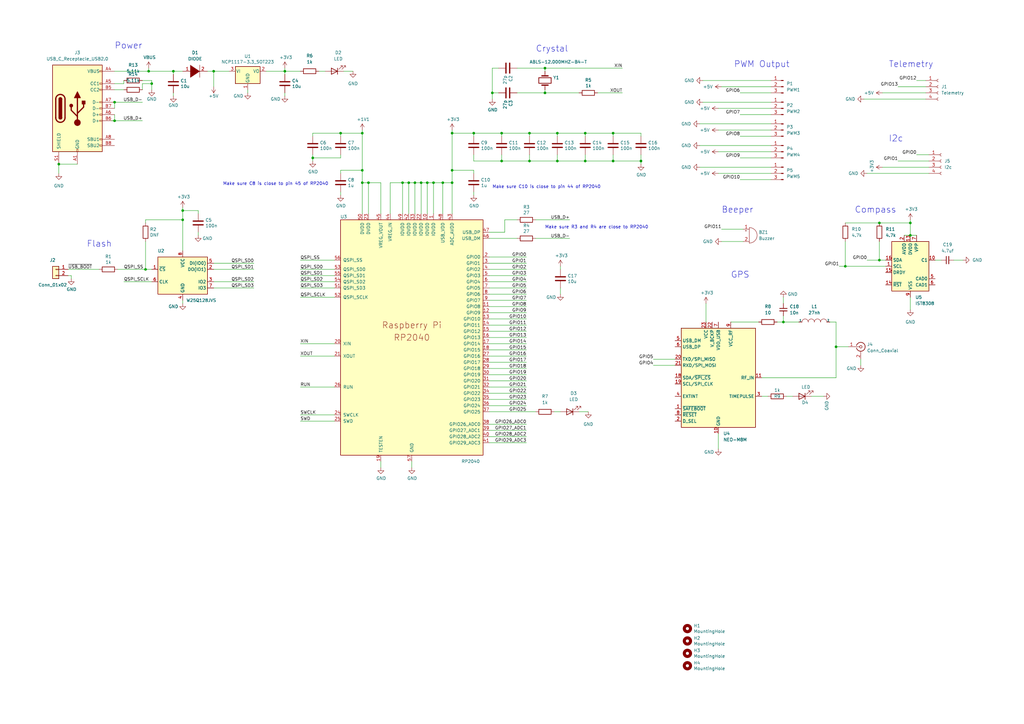
<source format=kicad_sch>
(kicad_sch (version 20211123) (generator eeschema)
  (paper "A3")
  (title_block (title "RP2040 PicoPilot") (date "2022-9-26") (rev "REV1"))
  (lib_symbols
    (symbol "Connector:Conn_01x03_Male" (pin_names (offset 1.016) hide)
      (property "Reference" "J" (at 0 5.08 0))
      (property "Value" "Conn_01x03_Male" (at 0 -5.08 0))
      (symbol "Conn_01x03_Male_1_1"
        (pin passive line (at 5.08 2.54 180) (length 3.81) (name "Pin_1") (number "1"))
        (pin passive line (at 5.08 0 180) (length 3.81) (name "Pin_2") (number "2"))
        (pin passive line (at 5.08 -2.54 180) (length 3.81) (name "Pin_3") (number "3"))
      )
    )
    (symbol "Connector:Conn_01x04_Female" (pin_names (offset 1.016) hide)
      (property "Reference" "J" (at 0 5.08 0))
      (property "Value" "Conn_01x04_Female" (at 0 -7.62 0))
      (symbol "Conn_01x04_Female_1_1"
        (pin passive line (at -5.08 2.54 0) (length 3.81) (name "Pin_1") (number "1"))
        (pin passive line (at -5.08 0 0) (length 3.81) (name "Pin_2") (number "2"))
        (pin passive line (at -5.08 -2.54 0) (length 3.81) (name "Pin_3") (number "3"))
        (pin passive line (at -5.08 -5.08 0) (length 3.81) (name "Pin_4") (number "4"))
      )
    )
    (symbol "Connector:Conn_Coaxial" (pin_names (offset 1.016) hide)
      (property "Reference" "J" (at 0.254 3.048 0))
      (property "Value" "Conn_Coaxial" (at 2.921 0 90))
      (symbol "Conn_Coaxial_1_1"
        (pin passive line (at -5.08 0 0) (length 2.54) (name "In") (number "1"))
        (pin passive line (at 0 -5.08 90) (length 2.54) (name "Ext") (number "2"))
      )
    )
    (symbol "Connector:USB_C_Receptacle_USB2.0" (pin_names (offset 1.016))
      (property "Reference" "J" (at -10.16 19.05 0))
      (property "Value" "USB_C_Receptacle_USB2.0" (at 19.05 19.05 0))
      (symbol "USB_C_Receptacle_USB2.0_1_1"
        (pin passive line (at 0 -22.86 90) (length 5.08) (name "GND") (number "A1"))
        (pin passive line (at 0 -22.86 90) (length 5.08) hide (name "GND") (number "A12"))
        (pin passive line (at 15.24 15.24 180) (length 5.08) (name "VBUS") (number "A4"))
        (pin bidirectional line (at 15.24 10.16 180) (length 5.08) (name "CC1") (number "A5"))
        (pin bidirectional line (at 15.24 -2.54 180) (length 5.08) (name "D+") (number "A6"))
        (pin bidirectional line (at 15.24 2.54 180) (length 5.08) (name "D-") (number "A7"))
        (pin bidirectional line (at 15.24 -12.7 180) (length 5.08) (name "SBU1") (number "A8"))
        (pin passive line (at 15.24 15.24 180) (length 5.08) hide (name "VBUS") (number "A9"))
        (pin passive line (at 0 -22.86 90) (length 5.08) hide (name "GND") (number "B1"))
        (pin passive line (at 0 -22.86 90) (length 5.08) hide (name "GND") (number "B12"))
        (pin passive line (at 15.24 15.24 180) (length 5.08) hide (name "VBUS") (number "B4"))
        (pin bidirectional line (at 15.24 7.62 180) (length 5.08) (name "CC2") (number "B5"))
        (pin bidirectional line (at 15.24 -5.08 180) (length 5.08) (name "D+") (number "B6"))
        (pin bidirectional line (at 15.24 0 180) (length 5.08) (name "D-") (number "B7"))
        (pin bidirectional line (at 15.24 -15.24 180) (length 5.08) (name "SBU2") (number "B8"))
        (pin passive line (at 15.24 15.24 180) (length 5.08) hide (name "VBUS") (number "B9"))
        (pin passive line (at -7.62 -22.86 90) (length 5.08) (name "SHIELD") (number "S1"))
      )
    )
    (symbol "Connector_Generic:Conn_01x02" (pin_names (offset 1.016) hide)
      (property "Reference" "J" (at 0 2.54 0))
      (property "Value" "Conn_01x02" (at 0 -5.08 0))
      (symbol "Conn_01x02_1_1"
        (pin passive line (at -5.08 0 0) (length 3.81) (name "Pin_1") (number "1"))
        (pin passive line (at -5.08 -2.54 0) (length 3.81) (name "Pin_2") (number "2"))
      )
    )
    (symbol "Device:Buzzer" (pin_names (offset 0.0254) hide)
      (property "Reference" "BZ" (at 3.81 1.27 0))
      (property "Value" "Buzzer" (at 3.81 -1.27 0))
      (symbol "Buzzer_1_1"
        (pin passive line (at -2.54 2.54 0) (length 2.54) (name "-") (number "1"))
        (pin passive line (at -2.54 -2.54 0) (length 2.54) (name "+") (number "2"))
      )
    )
    (symbol "Device:C" (pin_numbers hide) (pin_names (offset 0.254))
      (property "Reference" "C" (at 0.635 2.54 0))
      (property "Value" "C" (at 0.635 -2.54 0))
      (symbol "C_1_1"
        (pin passive line (at 0 3.81 270) (length 2.794) (name "~") (number "1"))
        (pin passive line (at 0 -3.81 90) (length 2.794) (name "~") (number "2"))
      )
    )
    (symbol "Device:C_Small" (pin_numbers hide) (pin_names (offset 0.254) hide)
      (property "Reference" "C" (at 0.254 1.778 0))
      (property "Value" "C_Small" (at 0.254 -2.032 0))
      (symbol "C_Small_1_1"
        (pin passive line (at 0 2.54 270) (length 2.032) (name "~") (number "1"))
        (pin passive line (at 0 -2.54 90) (length 2.032) (name "~") (number "2"))
      )
    )
    (symbol "Device:Crystal" (pin_numbers hide) (pin_names (offset 1.016) hide)
      (property "Reference" "Y" (at 0 3.81 0))
      (property "Value" "Crystal" (at 0 -3.81 0))
      (symbol "Crystal_1_1"
        (pin passive line (at -3.81 0 0) (length 1.27) (name "1") (number "1"))
        (pin passive line (at 3.81 0 180) (length 1.27) (name "2") (number "2"))
      )
    )
    (symbol "Device:LED" (pin_numbers hide) (pin_names (offset 1.016) hide)
      (property "Reference" "D" (at 0 2.54 0))
      (property "Value" "LED" (at 0 -2.54 0))
      (symbol "LED_1_1"
        (pin passive line (at -3.81 0 0) (length 2.54) (name "K") (number "1"))
        (pin passive line (at 3.81 0 180) (length 2.54) (name "A") (number "2"))
      )
    )
    (symbol "Device:R" (pin_numbers hide) (pin_names (offset 0))
      (property "Reference" "R" (at 2.032 0 90))
      (property "Value" "R" (at 0 0 90))
      (symbol "R_1_1"
        (pin passive line (at 0 3.81 270) (length 1.27) (name "~") (number "1"))
        (pin passive line (at 0 -3.81 90) (length 1.27) (name "~") (number "2"))
      )
    )
    (symbol "MCU_RaspberryPi_RP2040:RP2040" (pin_names (offset 1.016))
      (property "Reference" "U" (at -29.21 49.53 0))
      (property "Value" "RP2040" (at 24.13 -49.53 0))
      (symbol "RP2040_0_0"
        (text "Raspberry Pi" (at 0 5.08 0) (effects (font (size 2.54 2.54))))
        (text "RP2040" (at 0 0 0) (effects (font (size 2.54 2.54))))
      )
      (symbol "RP2040_1_1"
        (pin power_in line (at 8.89 50.8 270) (length 2.54) (name "IOVDD") (number "1"))
        (pin power_in line (at 6.35 50.8 270) (length 2.54) (name "IOVDD") (number "10"))
        (pin bidirectional line (at 31.75 12.7 180) (length 2.54) (name "GPIO8") (number "11"))
        (pin bidirectional line (at 31.75 10.16 180) (length 2.54) (name "GPIO9") (number "12"))
        (pin bidirectional line (at 31.75 7.62 180) (length 2.54) (name "GPIO10") (number "13"))
        (pin bidirectional line (at 31.75 5.08 180) (length 2.54) (name "GPIO11") (number "14"))
        (pin bidirectional line (at 31.75 2.54 180) (length 2.54) (name "GPIO12") (number "15"))
        (pin bidirectional line (at 31.75 0 180) (length 2.54) (name "GPIO13") (number "16"))
        (pin bidirectional line (at 31.75 -2.54 180) (length 2.54) (name "GPIO14") (number "17"))
        (pin bidirectional line (at 31.75 -5.08 180) (length 2.54) (name "GPIO15") (number "18"))
        (pin passive line (at -12.7 -50.8 90) (length 2.54) (name "TESTEN") (number "19"))
        (pin bidirectional line (at 31.75 33.02 180) (length 2.54) (name "GPIO0") (number "2"))
        (pin input line (at -31.75 -2.54 0) (length 2.54) (name "XIN") (number "20"))
        (pin passive line (at -31.75 -7.62 0) (length 2.54) (name "XOUT") (number "21"))
        (pin power_in line (at 3.81 50.8 270) (length 2.54) (name "IOVDD") (number "22"))
        (pin power_in line (at -17.78 50.8 270) (length 2.54) (name "DVDD") (number "23"))
        (pin output line (at -31.75 -31.75 0) (length 2.54) (name "SWCLK") (number "24"))
        (pin bidirectional line (at -31.75 -34.29 0) (length 2.54) (name "SWD") (number "25"))
        (pin input line (at -31.75 -20.32 0) (length 2.54) (name "RUN") (number "26"))
        (pin bidirectional line (at 31.75 -7.62 180) (length 2.54) (name "GPIO16") (number "27"))
        (pin bidirectional line (at 31.75 -10.16 180) (length 2.54) (name "GPIO17") (number "28"))
        (pin bidirectional line (at 31.75 -12.7 180) (length 2.54) (name "GPIO18") (number "29"))
        (pin bidirectional line (at 31.75 30.48 180) (length 2.54) (name "GPIO1") (number "3"))
        (pin bidirectional line (at 31.75 -15.24 180) (length 2.54) (name "GPIO19") (number "30"))
        (pin bidirectional line (at 31.75 -17.78 180) (length 2.54) (name "GPIO20") (number "31"))
        (pin bidirectional line (at 31.75 -20.32 180) (length 2.54) (name "GPIO21") (number "32"))
        (pin power_in line (at 1.27 50.8 270) (length 2.54) (name "IOVDD") (number "33"))
        (pin bidirectional line (at 31.75 -22.86 180) (length 2.54) (name "GPIO22") (number "34"))
        (pin bidirectional line (at 31.75 -25.4 180) (length 2.54) (name "GPIO23") (number "35"))
        (pin bidirectional line (at 31.75 -27.94 180) (length 2.54) (name "GPIO24") (number "36"))
        (pin bidirectional line (at 31.75 -30.48 180) (length 2.54) (name "GPIO25") (number "37"))
        (pin bidirectional line (at 31.75 -35.56 180) (length 2.54) (name "GPIO26_ADC0") (number "38"))
        (pin bidirectional line (at 31.75 -38.1 180) (length 2.54) (name "GPIO27_ADC1") (number "39"))
        (pin bidirectional line (at 31.75 27.94 180) (length 2.54) (name "GPIO2") (number "4"))
        (pin bidirectional line (at 31.75 -40.64 180) (length 2.54) (name "GPIO28_ADC2") (number "40"))
        (pin bidirectional line (at 31.75 -43.18 180) (length 2.54) (name "GPIO29_ADC3") (number "41"))
        (pin power_in line (at -1.27 50.8 270) (length 2.54) (name "IOVDD") (number "42"))
        (pin power_in line (at 16.51 50.8 270) (length 2.54) (name "ADC_AVDD") (number "43"))
        (pin power_in line (at -8.89 50.8 270) (length 2.54) (name "VREG_IN") (number "44"))
        (pin power_out line (at -12.7 50.8 270) (length 2.54) (name "VREG_VOUT") (number "45"))
        (pin bidirectional line (at 31.75 40.64 180) (length 2.54) (name "USB_DM") (number "46"))
        (pin bidirectional line (at 31.75 43.18 180) (length 2.54) (name "USB_DP") (number "47"))
        (pin power_in line (at 12.7 50.8 270) (length 2.54) (name "USB_VDD") (number "48"))
        (pin power_in line (at -3.81 50.8 270) (length 2.54) (name "IOVDD") (number "49"))
        (pin bidirectional line (at 31.75 25.4 180) (length 2.54) (name "GPIO3") (number "5"))
        (pin power_in line (at -20.32 50.8 270) (length 2.54) (name "DVDD") (number "50"))
        (pin bidirectional line (at -31.75 20.32 0) (length 2.54) (name "QSPI_SD3") (number "51"))
        (pin output line (at -31.75 16.51 0) (length 2.54) (name "QSPI_SCLK") (number "52"))
        (pin bidirectional line (at -31.75 27.94 0) (length 2.54) (name "QSPI_SD0") (number "53"))
        (pin bidirectional line (at -31.75 22.86 0) (length 2.54) (name "QSPI_SD2") (number "54"))
        (pin bidirectional line (at -31.75 25.4 0) (length 2.54) (name "QSPI_SD1") (number "55"))
        (pin bidirectional line (at -31.75 31.75 0) (length 2.54) (name "QSPI_SS") (number "56"))
        (pin power_in line (at 0 -50.8 90) (length 2.54) (name "GND") (number "57"))
        (pin bidirectional line (at 31.75 22.86 180) (length 2.54) (name "GPIO4") (number "6"))
        (pin bidirectional line (at 31.75 20.32 180) (length 2.54) (name "GPIO5") (number "7"))
        (pin bidirectional line (at 31.75 17.78 180) (length 2.54) (name "GPIO6") (number "8"))
        (pin bidirectional line (at 31.75 15.24 180) (length 2.54) (name "GPIO7") (number "9"))
      )
    )
    (symbol "Mechanical:MountingHole" (pin_names (offset 1.016))
      (property "Reference" "H" (at 0 5.08 0))
      (property "Value" "MountingHole" (at 0 3.175 0))
    )
    (symbol "Memory_Flash:W25Q128JVS"
      (property "Reference" "U" (at -8.89 8.89 0))
      (property "Value" "W25Q128JVS" (at 7.62 8.89 0))
      (symbol "W25Q128JVS_1_1"
        (pin input line (at -12.7 2.54 0) (length 2.54) (name "~{CS}") (number "1"))
        (pin bidirectional line (at 12.7 2.54 180) (length 2.54) (name "DO(IO1)") (number "2"))
        (pin bidirectional line (at 12.7 -2.54 180) (length 2.54) (name "IO2") (number "3"))
        (pin power_in line (at 0 -10.16 90) (length 2.54) (name "GND") (number "4"))
        (pin bidirectional line (at 12.7 5.08 180) (length 2.54) (name "DI(IO0)") (number "5"))
        (pin input line (at -12.7 -2.54 0) (length 2.54) (name "CLK") (number "6"))
        (pin bidirectional line (at 12.7 -5.08 180) (length 2.54) (name "IO3") (number "7"))
        (pin power_in line (at 0 10.16 270) (length 2.54) (name "VCC") (number "8"))
      )
    )
    (symbol "RF_GPS:NEO-M8M"
      (property "Reference" "U" (at -13.97 21.59 0))
      (property "Value" "NEO-M8M" (at 11.43 21.59 0))
      (symbol "NEO-M8M_1_1"
        (pin input line (at -17.78 -12.7 0) (length 2.54) (name "~{SAFEBOOT}") (number "1"))
        (pin power_in line (at 0 -22.86 90) (length 2.54) (name "GND") (number "10"))
        (pin input line (at 17.78 0 180) (length 2.54) (name "RF_IN") (number "11"))
        (pin passive line (at 0 -22.86 90) (length 2.54) hide (name "GND") (number "12"))
        (pin passive line (at 0 -22.86 90) (length 2.54) hide (name "GND") (number "13"))
        (pin no_connect line (at 15.24 -10.16 180) (length 2.54) hide (name "RESERVED") (number "14"))
        (pin no_connect line (at 15.24 -12.7 180) (length 2.54) hide (name "RESERVED") (number "15"))
        (pin no_connect line (at 15.24 -15.24 180) (length 2.54) hide (name "RESERVED") (number "16"))
        (pin no_connect line (at 15.24 -17.78 180) (length 2.54) hide (name "RESERVED") (number "17"))
        (pin bidirectional line (at -17.78 0 0) (length 2.54) (name "SDA/~{SPI_CS}") (number "18"))
        (pin input line (at -17.78 -2.54 0) (length 2.54) (name "SCL/SPI_CLK") (number "19"))
        (pin input line (at -17.78 -17.78 0) (length 2.54) (name "D_SEL") (number "2"))
        (pin output line (at -17.78 7.62 0) (length 2.54) (name "TXD/SPI_MISO") (number "20"))
        (pin input line (at -17.78 5.08 0) (length 2.54) (name "RXD/SPI_MOSI") (number "21"))
        (pin power_in line (at -2.54 22.86 270) (length 2.54) (name "V_BCKP") (number "22"))
        (pin power_in line (at -5.08 22.86 270) (length 2.54) (name "VCC") (number "23"))
        (pin passive line (at 0 -22.86 90) (length 2.54) hide (name "GND") (number "24"))
        (pin output line (at 17.78 -7.62 180) (length 2.54) (name "TIMEPULSE") (number "3"))
        (pin input line (at -17.78 -7.62 0) (length 2.54) (name "EXTINT") (number "4"))
        (pin bidirectional line (at -17.78 15.24 0) (length 2.54) (name "USB_DM") (number "5"))
        (pin bidirectional line (at -17.78 12.7 0) (length 2.54) (name "USB_DP") (number "6"))
        (pin power_in line (at 0 22.86 270) (length 2.54) (name "VDD_USB") (number "7"))
        (pin input line (at -17.78 -15.24 0) (length 2.54) (name "~{RESET}") (number "8"))
        (pin power_out line (at 5.08 22.86 270) (length 2.54) (name "VCC_RF") (number "9"))
      )
    )
    (symbol "Regulator_Linear:NCP1117-3.3_SOT223" (pin_names (offset 0.254))
      (property "Reference" "U" (at -3.81 3.175 0))
      (property "Value" "NCP1117-3.3_SOT223" (at 0 3.175 0))
      (symbol "NCP1117-3.3_SOT223_1_1"
        (pin power_in line (at 0 -7.62 90) (length 2.54) (name "GND") (number "1"))
        (pin power_out line (at 7.62 0 180) (length 2.54) (name "VO") (number "2"))
        (pin power_in line (at -7.62 0 0) (length 2.54) (name "VI") (number "3"))
      )
    )
    (symbol "Sensor_Magnetic:IST8308"
      (property "Reference" "U" (at -7.62 11.43 0))
      (property "Value" "IST8308" (at 10.16 11.43 0))
      (symbol "IST8308_1_1"
        (pin input line (at -10.16 0 0) (length 2.54) (name "SCL") (number "1"))
        (pin passive line (at 10.16 2.54 180) (length 2.54) (name "C1") (number "10"))
        (pin passive line (at 0 -12.7 90) (length 2.54) hide (name "VSS") (number "11"))
        (pin no_connect line (at 7.62 7.62 180) (length 2.54) hide (name "NC") (number "12"))
        (pin power_in line (at 0 12.7 270) (length 2.54) (name "DVDD") (number "13"))
        (pin input line (at -10.16 -7.62 0) (length 2.54) (name "~{RST}") (number "14"))
        (pin output line (at -10.16 -2.54 0) (length 2.54) (name "DRDY") (number "15"))
        (pin bidirectional line (at -10.16 2.54 0) (length 2.54) (name "SDA") (number "16"))
        (pin power_in line (at -2.54 12.7 270) (length 2.54) (name "AVDD") (number "2"))
        (pin no_connect line (at -7.62 7.62 0) (length 2.54) hide (name "NC") (number "3"))
        (pin no_connect line (at -7.62 5.08 0) (length 2.54) hide (name "NC") (number "4"))
        (pin input line (at 10.16 -5.08 180) (length 2.54) (name "CAD0") (number "5"))
        (pin input line (at 10.16 -7.62 180) (length 2.54) (name "CAD1") (number "6"))
        (pin passive line (at 2.54 12.7 270) (length 2.54) (name "VPP") (number "7"))
        (pin no_connect line (at 7.62 5.08 180) (length 2.54) hide (name "NC") (number "8"))
        (pin power_in line (at 0 -12.7 90) (length 2.54) (name "VSS") (number "9"))
      )
    )
    (symbol "power:+1V1" (power) (pin_names (offset 0))
      (property "Value" "+1V1" (at 0 3.556 0))
      (symbol "+1V1_1_1"
        (pin power_in line (at 0 0 90) (length 0) hide (name "+1V1") (number "1"))
      )
    )
    (symbol "power:+3V3" (power) (pin_names (offset 0))
      (property "Value" "+3V3" (at 0 3.556 0))
      (symbol "+3V3_1_1"
        (pin power_in line (at 0 0 90) (length 0) hide (name "+3V3") (number "1"))
      )
    )
    (symbol "power:+5V" (power) (pin_names (offset 0))
      (property "Value" "+5V" (at 0 3.556 0))
      (symbol "+5V_1_1"
        (pin power_in line (at 0 0 90) (length 0) hide (name "+5V") (number "1"))
      )
    )
    (symbol "power:GND" (power) (pin_names (offset 0))
      (property "Value" "GND" (at 0 -3.81 0))
      (symbol "GND_1_1"
        (pin power_in line (at 0 0 270) (length 0) hide (name "GND") (number "1"))
      )
    )
    (symbol "power:VBUS" (power) (pin_names (offset 0))
      (property "Value" "VBUS" (at 0 3.81 0))
      (symbol "VBUS_1_1"
        (pin power_in line (at 0 0 90) (length 0) hide (name "VBUS") (number "1"))
      )
    )
    (symbol "pspice:DIODE" (pin_names (offset 1.016) hide)
      (property "Reference" "D" (at 0 3.81 0))
      (property "Value" "DIODE" (at 0 -4.445 0))
      (symbol "DIODE_1_1"
        (pin input line (at -5.08 0 0) (length 3.81) (name "K") (number "1"))
        (pin input line (at 5.08 0 180) (length 3.81) (name "A") (number "2"))
      )
    )
    (symbol "pspice:INDUCTOR" (pin_numbers hide) (pin_names (offset 0))
      (property "Reference" "L" (at 0 2.54 0))
      (property "Value" "INDUCTOR" (at 0 -1.27 0))
      (symbol "INDUCTOR_1_1"
        (pin input line (at -6.35 0 0) (length 1.27) (name "1") (number "1"))
        (pin input line (at 6.35 0 180) (length 1.27) (name "2") (number "2"))
      )
    )
  )
  (junction (at 59.69 110.49))
  (junction (at 167.64 74.93))
  (junction (at 373.38 91.44))
  (junction (at 71.12 29.21))
  (junction (at 262.89 66.04))
  (junction (at 346.71 109.22))
  (junction (at 251.46 54.61))
  (junction (at 74.93 90.17))
  (junction (at 139.7 54.61))
  (junction (at 60.96 29.21))
  (junction (at 170.18 74.93))
  (junction (at 46.99 49.53))
  (junction (at 165.1 74.93))
  (junction (at 217.17 54.61))
  (junction (at 240.03 54.61))
  (junction (at 205.74 66.04))
  (junction (at 360.68 91.44))
  (junction (at 217.17 66.04))
  (junction (at 148.59 74.93))
  (junction (at 181.61 74.93))
  (junction (at 201.93 38.1))
  (junction (at 185.42 69.85))
  (junction (at 228.6 54.61))
  (junction (at 148.59 54.61))
  (junction (at 148.59 69.85))
  (junction (at 24.13 67.31))
  (junction (at 223.52 27.94))
  (junction (at 87.63 29.21))
  (junction (at 62.23 34.29))
  (junction (at 228.6 66.04))
  (junction (at 74.93 86.36))
  (junction (at 223.52 38.1))
  (junction (at 205.74 54.61))
  (junction (at 185.42 54.61))
  (junction (at 251.46 66.04))
  (junction (at 177.8 74.93))
  (junction (at 360.68 106.68))
  (junction (at 240.03 66.04))
  (junction (at 373.38 96.52))
  (junction (at 46.99 41.91))
  (junction (at 116.84 29.21))
  (junction (at 128.27 64.77))
  (junction (at 172.72 74.93))
  (junction (at 151.13 74.93))
  (junction (at 342.9 142.24))
  (junction (at 194.31 54.61))
  (junction (at 321.31 132.08))
  (junction (at 185.42 74.93))
  (junction (at 175.26 74.93))
  (wire (pts (xy 200.66 95.25) (xy 207.01 95.25)))
  (wire (pts (xy 229.87 109.22) (xy 229.87 110.49)))
  (wire (pts (xy 262.89 63.5) (xy 262.89 66.04)))
  (wire (pts (xy 240.03 66.04) (xy 228.6 66.04)))
  (wire (pts (xy 201.93 27.94) (xy 201.93 38.1)))
  (wire (pts (xy 322.58 162.56) (xy 325.12 162.56)))
  (wire (pts (xy 48.26 110.49) (xy 59.69 110.49)))
  (wire (pts (xy 130.81 29.21) (xy 133.35 29.21)))
  (wire (pts (xy 181.61 87.63) (xy 181.61 74.93)))
  (wire (pts (xy 251.46 63.5) (xy 251.46 66.04)))
  (wire (pts (xy 177.8 74.93) (xy 177.8 87.63)))
  (wire (pts (xy 156.21 87.63) (xy 156.21 74.93)))
  (wire (pts (xy 217.17 63.5) (xy 217.17 66.04)))
  (wire (pts (xy 303.53 38.1) (xy 316.23 38.1)))
  (wire (pts (xy 262.89 66.04) (xy 262.89 67.31)))
  (wire (pts (xy 342.9 132.08) (xy 342.9 142.24)))
  (wire (pts (xy 139.7 78.74) (xy 139.7 80.01)))
  (wire (pts (xy 29.21 113.03) (xy 29.21 114.3)))
  (wire (pts (xy 46.99 41.91) (xy 58.42 41.91)))
  (wire (pts (xy 185.42 69.85) (xy 185.42 74.93)))
  (wire (pts (xy 194.31 55.88) (xy 194.31 54.61)))
  (wire (pts (xy 116.84 29.21) (xy 123.19 29.21)))
  (wire (pts (xy 368.3 66.04) (xy 381 66.04)))
  (wire (pts (xy 24.13 67.31) (xy 31.75 67.31)))
  (wire (pts (xy 205.74 66.04) (xy 194.31 66.04)))
  (wire (pts (xy 240.03 54.61) (xy 251.46 54.61)))
  (wire (pts (xy 212.09 38.1) (xy 223.52 38.1)))
  (wire (pts (xy 168.91 189.23) (xy 168.91 191.77)))
  (wire (pts (xy 312.42 154.94) (xy 342.9 154.94)))
  (wire (pts (xy 240.03 55.88) (xy 240.03 54.61)))
  (wire (pts (xy 353.06 147.32) (xy 353.06 149.86)))
  (wire (pts (xy 346.71 99.06) (xy 346.71 109.22)))
  (wire (pts (xy 194.31 63.5) (xy 194.31 66.04)))
  (wire (pts (xy 60.96 29.21) (xy 71.12 29.21)))
  (wire (pts (xy 24.13 67.31) (xy 24.13 71.12)))
  (wire (pts (xy 200.66 168.91) (xy 219.71 168.91)))
  (wire (pts (xy 46.99 34.29) (xy 50.8 34.29)))
  (wire (pts (xy 217.17 54.61) (xy 228.6 54.61)))
  (wire (pts (xy 87.63 107.95) (xy 104.14 107.95)))
  (wire (pts (xy 59.69 110.49) (xy 62.23 110.49)))
  (wire (pts (xy 354.33 40.64) (xy 379.73 40.64)))
  (wire (pts (xy 46.99 36.83) (xy 50.8 36.83)))
  (wire (pts (xy 40.64 110.49) (xy 27.94 110.49)))
  (wire (pts (xy 181.61 74.93) (xy 185.42 74.93)))
  (wire (pts (xy 74.93 86.36) (xy 74.93 90.17)))
  (wire (pts (xy 101.6 36.83) (xy 101.6 38.1)))
  (wire (pts (xy 219.71 97.79) (xy 233.68 97.79)))
  (wire (pts (xy 200.66 179.07) (xy 215.9 179.07)))
  (wire (pts (xy 223.52 29.21) (xy 223.52 27.94)))
  (wire (pts (xy 200.66 107.95) (xy 215.9 107.95)))
  (wire (pts (xy 332.74 162.56) (xy 337.82 162.56)))
  (wire (pts (xy 223.52 27.94) (xy 255.27 27.94)))
  (wire (pts (xy 170.18 74.93) (xy 172.72 74.93)))
  (wire (pts (xy 170.18 87.63) (xy 170.18 74.93)))
  (wire (pts (xy 74.93 90.17) (xy 74.93 102.87)))
  (wire (pts (xy 200.66 140.97) (xy 215.9 140.97)))
  (wire (pts (xy 109.22 29.21) (xy 116.84 29.21)))
  (wire (pts (xy 87.63 29.21) (xy 93.98 29.21)))
  (wire (pts (xy 200.66 110.49) (xy 215.9 110.49)))
  (wire (pts (xy 200.66 125.73) (xy 215.9 125.73)))
  (wire (pts (xy 295.91 93.98) (xy 304.8 93.98)))
  (wire (pts (xy 229.87 118.11) (xy 229.87 120.65)))
  (wire (pts (xy 46.99 29.21) (xy 60.96 29.21)))
  (wire (pts (xy 342.9 142.24) (xy 347.98 142.24)))
  (wire (pts (xy 200.66 158.75) (xy 215.9 158.75)))
  (wire (pts (xy 375.92 33.02) (xy 379.73 33.02)))
  (wire (pts (xy 200.66 118.11) (xy 215.9 118.11)))
  (wire (pts (xy 200.66 115.57) (xy 215.9 115.57)))
  (wire (pts (xy 295.91 99.06) (xy 304.8 99.06)))
  (wire (pts (xy 58.42 34.29) (xy 62.23 34.29)))
  (wire (pts (xy 294.64 44.45) (xy 316.23 44.45)))
  (wire (pts (xy 45.72 49.53) (xy 46.99 49.53)))
  (wire (pts (xy 148.59 69.85) (xy 148.59 74.93)))
  (wire (pts (xy 355.6 106.68) (xy 360.68 106.68)))
  (wire (pts (xy 59.69 91.44) (xy 59.69 90.17)))
  (wire (pts (xy 321.31 129.54) (xy 321.31 132.08)))
  (wire (pts (xy 123.19 115.57) (xy 137.16 115.57)))
  (wire (pts (xy 71.12 38.1) (xy 71.12 39.37)))
  (wire (pts (xy 289.56 124.46) (xy 289.56 132.08)))
  (wire (pts (xy 340.36 132.08) (xy 342.9 132.08)))
  (wire (pts (xy 346.71 109.22) (xy 363.22 109.22)))
  (wire (pts (xy 165.1 87.63) (xy 165.1 74.93)))
  (wire (pts (xy 200.66 176.53) (xy 215.9 176.53)))
  (wire (pts (xy 346.71 91.44) (xy 360.68 91.44)))
  (wire (pts (xy 360.68 106.68) (xy 363.22 106.68)))
  (wire (pts (xy 375.92 63.5) (xy 381 63.5)))
  (wire (pts (xy 245.11 38.1) (xy 255.27 38.1)))
  (wire (pts (xy 123.19 140.97) (xy 137.16 140.97)))
  (wire (pts (xy 200.66 156.21) (xy 215.9 156.21)))
  (wire (pts (xy 251.46 55.88) (xy 251.46 54.61)))
  (wire (pts (xy 200.66 113.03) (xy 215.9 113.03)))
  (wire (pts (xy 128.27 64.77) (xy 139.7 64.77)))
  (wire (pts (xy 228.6 54.61) (xy 240.03 54.61)))
  (wire (pts (xy 137.16 158.75) (xy 123.19 158.75)))
  (wire (pts (xy 185.42 54.61) (xy 194.31 54.61)))
  (wire (pts (xy 355.6 71.12) (xy 381 71.12)))
  (wire (pts (xy 27.94 113.03) (xy 29.21 113.03)))
  (wire (pts (xy 299.72 132.08) (xy 311.15 132.08)))
  (wire (pts (xy 81.28 86.36) (xy 74.93 86.36)))
  (wire (pts (xy 373.38 91.44) (xy 373.38 96.52)))
  (wire (pts (xy 87.63 118.11) (xy 104.14 118.11)))
  (wire (pts (xy 200.66 161.29) (xy 215.9 161.29)))
  (wire (pts (xy 205.74 63.5) (xy 205.74 66.04)))
  (wire (pts (xy 204.47 38.1) (xy 201.93 38.1)))
  (wire (pts (xy 81.28 95.25) (xy 81.28 96.52)))
  (wire (pts (xy 344.17 109.22) (xy 346.71 109.22)))
  (wire (pts (xy 217.17 55.88) (xy 217.17 54.61)))
  (wire (pts (xy 287.02 59.69) (xy 316.23 59.69)))
  (wire (pts (xy 185.42 74.93) (xy 185.42 87.63)))
  (wire (pts (xy 167.64 74.93) (xy 170.18 74.93)))
  (wire (pts (xy 251.46 54.61) (xy 262.89 54.61)))
  (wire (pts (xy 200.66 138.43) (xy 215.9 138.43)))
  (wire (pts (xy 200.66 148.59) (xy 215.9 148.59)))
  (wire (pts (xy 85.09 29.21) (xy 87.63 29.21)))
  (wire (pts (xy 148.59 53.34) (xy 148.59 54.61)))
  (wire (pts (xy 370.84 96.52) (xy 373.38 96.52)))
  (wire (pts (xy 123.19 118.11) (xy 137.16 118.11)))
  (wire (pts (xy 175.26 87.63) (xy 175.26 74.93)))
  (wire (pts (xy 200.66 146.05) (xy 215.9 146.05)))
  (wire (pts (xy 312.42 162.56) (xy 314.96 162.56)))
  (wire (pts (xy 74.93 85.09) (xy 74.93 86.36)))
  (wire (pts (xy 87.63 115.57) (xy 104.14 115.57)))
  (wire (pts (xy 303.53 46.99) (xy 316.23 46.99)))
  (wire (pts (xy 71.12 30.48) (xy 71.12 29.21)))
  (wire (pts (xy 219.71 90.17) (xy 233.68 90.17)))
  (wire (pts (xy 128.27 63.5) (xy 128.27 64.77)))
  (wire (pts (xy 200.66 130.81) (xy 215.9 130.81)))
  (wire (pts (xy 59.69 99.06) (xy 59.69 110.49)))
  (wire (pts (xy 87.63 29.21) (xy 87.63 35.56)))
  (wire (pts (xy 287.02 68.58) (xy 316.23 68.58)))
  (wire (pts (xy 303.53 64.77) (xy 316.23 64.77)))
  (wire (pts (xy 200.66 166.37) (xy 215.9 166.37)))
  (wire (pts (xy 383.54 106.68) (xy 386.08 106.68)))
  (wire (pts (xy 185.42 53.34) (xy 185.42 54.61)))
  (wire (pts (xy 205.74 55.88) (xy 205.74 54.61)))
  (wire (pts (xy 177.8 74.93) (xy 181.61 74.93)))
  (wire (pts (xy 200.66 97.79) (xy 212.09 97.79)))
  (wire (pts (xy 50.8 115.57) (xy 62.23 115.57)))
  (wire (pts (xy 303.53 55.88) (xy 316.23 55.88)))
  (wire (pts (xy 139.7 55.88) (xy 139.7 54.61)))
  (wire (pts (xy 194.31 54.61) (xy 205.74 54.61)))
  (wire (pts (xy 148.59 74.93) (xy 148.59 87.63)))
  (wire (pts (xy 287.02 50.8) (xy 316.23 50.8)))
  (wire (pts (xy 139.7 71.12) (xy 139.7 69.85)))
  (wire (pts (xy 46.99 41.91) (xy 46.99 44.45)))
  (wire (pts (xy 200.66 163.83) (xy 215.9 163.83)))
  (wire (pts (xy 207.01 90.17) (xy 212.09 90.17)))
  (wire (pts (xy 116.84 38.1) (xy 116.84 39.37)))
  (wire (pts (xy 81.28 87.63) (xy 81.28 86.36)))
  (wire (pts (xy 295.91 35.56) (xy 316.23 35.56)))
  (wire (pts (xy 165.1 74.93) (xy 167.64 74.93)))
  (wire (pts (xy 200.66 151.13) (xy 215.9 151.13)))
  (wire (pts (xy 58.42 33.02) (xy 62.23 33.02)))
  (wire (pts (xy 151.13 74.93) (xy 148.59 74.93)))
  (wire (pts (xy 137.16 106.68) (xy 123.19 106.68)))
  (wire (pts (xy 139.7 69.85) (xy 148.59 69.85)))
  (wire (pts (xy 200.66 143.51) (xy 215.9 143.51)))
  (wire (pts (xy 373.38 91.44) (xy 373.38 90.17)))
  (wire (pts (xy 205.74 54.61) (xy 217.17 54.61)))
  (wire (pts (xy 116.84 29.21) (xy 116.84 27.94)))
  (wire (pts (xy 200.66 181.61) (xy 215.9 181.61)))
  (wire (pts (xy 123.19 113.03) (xy 137.16 113.03)))
  (wire (pts (xy 137.16 170.18) (xy 123.19 170.18)))
  (wire (pts (xy 200.66 120.65) (xy 215.9 120.65)))
  (wire (pts (xy 87.63 110.49) (xy 104.14 110.49)))
  (wire (pts (xy 59.69 90.17) (xy 74.93 90.17)))
  (wire (pts (xy 200.66 105.41) (xy 215.9 105.41)))
  (wire (pts (xy 267.97 147.32) (xy 276.86 147.32)))
  (wire (pts (xy 228.6 55.88) (xy 228.6 54.61)))
  (wire (pts (xy 58.42 36.83) (xy 58.42 34.29)))
  (wire (pts (xy 361.95 68.58) (xy 381 68.58)))
  (wire (pts (xy 128.27 64.77) (xy 128.27 66.04)))
  (wire (pts (xy 50.8 34.29) (xy 50.8 33.02)))
  (wire (pts (xy 185.42 54.61) (xy 185.42 69.85)))
  (wire (pts (xy 200.66 123.19) (xy 215.9 123.19)))
  (wire (pts (xy 46.99 46.99) (xy 46.99 49.53)))
  (wire (pts (xy 360.68 91.44) (xy 373.38 91.44)))
  (wire (pts (xy 294.64 71.12) (xy 316.23 71.12)))
  (wire (pts (xy 373.38 121.92) (xy 373.38 127)))
  (wire (pts (xy 200.66 133.35) (xy 215.9 133.35)))
  (wire (pts (xy 123.19 110.49) (xy 137.16 110.49)))
  (wire (pts (xy 237.49 168.91) (xy 241.3 168.91)))
  (wire (pts (xy 318.77 132.08) (xy 321.31 132.08)))
  (wire (pts (xy 361.95 38.1) (xy 379.73 38.1)))
  (wire (pts (xy 288.29 41.91) (xy 316.23 41.91)))
  (wire (pts (xy 240.03 63.5) (xy 240.03 66.04)))
  (wire (pts (xy 204.47 27.94) (xy 201.93 27.94)))
  (wire (pts (xy 151.13 87.63) (xy 151.13 74.93)))
  (wire (pts (xy 128.27 55.88) (xy 128.27 54.61)))
  (wire (pts (xy 212.09 27.94) (xy 223.52 27.94)))
  (wire (pts (xy 201.93 38.1) (xy 201.93 40.64)))
  (wire (pts (xy 172.72 87.63) (xy 172.72 74.93)))
  (wire (pts (xy 303.53 73.66) (xy 316.23 73.66)))
  (wire (pts (xy 288.29 33.02) (xy 316.23 33.02)))
  (wire (pts (xy 262.89 55.88) (xy 262.89 54.61)))
  (wire (pts (xy 223.52 36.83) (xy 223.52 38.1)))
  (wire (pts (xy 267.97 149.86) (xy 276.86 149.86)))
  (wire (pts (xy 167.64 87.63) (xy 167.64 74.93)))
  (wire (pts (xy 223.52 38.1) (xy 237.49 38.1)))
  (wire (pts (xy 227.33 168.91) (xy 229.87 168.91)))
  (wire (pts (xy 200.66 135.89) (xy 215.9 135.89)))
  (wire (pts (xy 62.23 33.02) (xy 62.23 34.29)))
  (wire (pts (xy 207.01 90.17) (xy 207.01 95.25)))
  (wire (pts (xy 194.31 71.12) (xy 194.31 69.85)))
  (wire (pts (xy 160.02 74.93) (xy 165.1 74.93)))
  (wire (pts (xy 137.16 121.92) (xy 123.19 121.92)))
  (wire (pts (xy 160.02 87.63) (xy 160.02 74.93)))
  (wire (pts (xy 74.93 123.19) (xy 74.93 124.46)))
  (wire (pts (xy 71.12 29.21) (xy 74.93 29.21)))
  (wire (pts (xy 175.26 74.93) (xy 177.8 74.93)))
  (wire (pts (xy 251.46 66.04) (xy 240.03 66.04)))
  (wire (pts (xy 342.9 154.94) (xy 342.9 142.24)))
  (wire (pts (xy 321.31 121.92) (xy 321.31 124.46)))
  (wire (pts (xy 294.64 177.8) (xy 294.64 184.15)))
  (wire (pts (xy 148.59 54.61) (xy 148.59 69.85)))
  (wire (pts (xy 194.31 78.74) (xy 194.31 80.01)))
  (wire (pts (xy 156.21 189.23) (xy 156.21 191.77)))
  (wire (pts (xy 139.7 54.61) (xy 148.59 54.61)))
  (wire (pts (xy 391.16 106.68) (xy 394.97 106.68)))
  (wire (pts (xy 321.31 132.08) (xy 327.66 132.08)))
  (wire (pts (xy 373.38 96.52) (xy 375.92 96.52)))
  (wire (pts (xy 128.27 54.61) (xy 139.7 54.61)))
  (wire (pts (xy 62.23 36.83) (xy 62.23 34.29)))
  (wire (pts (xy 251.46 66.04) (xy 262.89 66.04)))
  (wire (pts (xy 228.6 63.5) (xy 228.6 66.04)))
  (wire (pts (xy 200.66 128.27) (xy 215.9 128.27)))
  (wire (pts (xy 140.97 29.21) (xy 144.78 29.21)))
  (wire (pts (xy 46.99 49.53) (xy 58.42 49.53)))
  (wire (pts (xy 200.66 173.99) (xy 215.9 173.99)))
  (wire (pts (xy 217.17 66.04) (xy 205.74 66.04)))
  (wire (pts (xy 172.72 74.93) (xy 175.26 74.93)))
  (wire (pts (xy 116.84 30.48) (xy 116.84 29.21)))
  (wire (pts (xy 294.64 62.23) (xy 316.23 62.23)))
  (wire (pts (xy 200.66 153.67) (xy 215.9 153.67)))
  (wire (pts (xy 156.21 74.93) (xy 151.13 74.93)))
  (wire (pts (xy 185.42 69.85) (xy 194.31 69.85)))
  (wire (pts (xy 294.64 53.34) (xy 316.23 53.34)))
  (wire (pts (xy 139.7 64.77) (xy 139.7 63.5)))
  (wire (pts (xy 137.16 172.72) (xy 123.19 172.72)))
  (wire (pts (xy 228.6 66.04) (xy 217.17 66.04)))
  (wire (pts (xy 368.3 35.56) (xy 379.73 35.56)))
  (wire (pts (xy 60.96 27.94) (xy 60.96 29.21)))
  (wire (pts (xy 360.68 99.06) (xy 360.68 106.68)))
  (wire (pts (xy 137.16 146.05) (xy 123.19 146.05)))
  (text "Compass\n" (at 350.52 87.63 0) (effects (font (size 2.54 2.54)) (justify left bottom)))
  (text "Telemetry" (at 364.49 27.94 0) (effects (font (size 2.54 2.54)) (justify left bottom)))
  (text "GPS\n" (at 299.72 114.3 0) (effects (font (size 2.54 2.54)) (justify left bottom)))
  (text "Make sure C10 is close to pin 44 of RP2040" (at 201.93 77.47 0) (effects (font (size 1.27 1.27)) (justify left bottom)))
  (text "Beeper\n" (at 295.91 87.63 0) (effects (font (size 2.54 2.54)) (justify left bottom)))
  (text "PWM Output\n" (at 300.99 27.94 0) (effects (font (size 2.54 2.54)) (justify left bottom)))
  (text "Crystal" (at 219.71 21.59 0) (effects (font (size 2.54 2.54)) (justify left bottom)))
  (text "Flash" (at 35.56 101.6 0) (effects (font (size 2.54 2.54)) (justify left bottom)))
  (text "Power" (at 46.99 20.32 0) (effects (font (size 2.54 2.54)) (justify left bottom)))
  (text "I2c\n" (at 364.49 58.42 0) (effects (font (size 2.54 2.54)) (justify left bottom)))
  (text "Make sure C8 is close to pin 45 of RP2040" (at 91.44 76.2 0) (effects (font (size 1.27 1.27)) (justify left bottom)))
  (text "Make sure R3 and R4 are close to RP2040" (at 223.52 93.98 0) (effects (font (size 1.27 1.27)) (justify left bottom)))
  (label "GPIO13" (at 215.9 138.43 180))
  (label "GPIO0" (at 355.6 106.68 180))
  (label "GPIO29_ADC3" (at 215.9 181.61 180))
  (label "QSPI_SCLK" (at 123.19 121.92 0))
  (label "GPIO28_ADC2" (at 215.9 179.07 180))
  (label "GPIO16" (at 215.9 146.05 180))
  (label "QSPI_SD0" (at 104.14 107.95 180))
  (label "GPIO7" (at 215.9 123.19 180))
  (label "GPIO3" (at 215.9 113.03 180))
  (label "GPIO15" (at 215.9 143.51 180))
  (label "GPIO13" (at 368.3 35.56 180))
  (label "GPIO6" (at 303.53 38.1 180))
  (label "GPIO12" (at 375.92 33.02 180))
  (label "GPIO22" (at 215.9 161.29 180))
  (label "GPIO1" (at 215.9 107.95 180))
  (label "GPIO17" (at 215.9 148.59 180))
  (label "USB_D+" (at 233.68 90.17 180))
  (label "USB_D-" (at 58.42 41.91 180))
  (label "GPIO1" (at 344.17 109.22 180))
  (label "GPIO5" (at 267.97 147.32 180))
  (label "GPIO27_ADC1" (at 215.9 176.53 180))
  (label "GPIO23" (at 215.9 163.83 180))
  (label "XIN" (at 123.19 140.97 0))
  (label "QSPI_SS" (at 123.19 106.68 0))
  (label "GPIO24" (at 215.9 166.37 180))
  (label "XIN" (at 255.27 27.94 180))
  (label "GPIO0" (at 215.9 105.41 180))
  (label "QSPI_SCLK" (at 50.8 115.57 0))
  (label "QSPI_SS" (at 50.8 110.49 0))
  (label "QSPI_SD3" (at 104.14 118.11 180))
  (label "GPIO21" (at 215.9 158.75 180))
  (label "SWCLK" (at 123.19 170.18 0))
  (label "QSPI_SD0" (at 123.19 110.49 0))
  (label "GPIO26_ADC0" (at 215.9 173.99 180))
  (label "QSPI_SD2" (at 123.19 115.57 0))
  (label "GPIO4" (at 215.9 115.57 180))
  (label "GPIO7" (at 303.53 46.99 180))
  (label "GPIO8" (at 215.9 125.73 180))
  (label "GPIO10" (at 215.9 130.81 180))
  (label "QSPI_SD1" (at 104.14 110.49 180))
  (label "GPIO6" (at 215.9 120.65 180))
  (label "USB_D-" (at 233.68 97.79 180))
  (label "GPIO19" (at 215.9 153.67 180))
  (label "USB_D+" (at 58.42 49.53 180))
  (label "RUN" (at 123.19 158.75 0))
  (label "GPIO14" (at 215.9 140.97 180))
  (label "GPIO9" (at 303.53 64.77 180))
  (label "GPIO5" (at 215.9 118.11 180))
  (label "GPIO2" (at 215.9 110.49 180))
  (label "XOUT" (at 123.19 146.05 0))
  (label "GPIO12" (at 215.9 135.89 180))
  (label "~{USB_BOOT}" (at 27.94 110.49 0))
  (label "GPIO8" (at 303.53 55.88 180))
  (label "QSPI_SD3" (at 123.19 118.11 0))
  (label "GPIO11" (at 295.91 93.98 180))
  (label "GPIO0" (at 375.92 63.5 180))
  (label "GPIO18" (at 215.9 151.13 180))
  (label "GPIO1" (at 368.3 66.04 180))
  (label "GPIO25" (at 215.9 168.91 180))
  (label "GPIO11" (at 215.9 133.35 180))
  (label "GPIO9" (at 215.9 128.27 180))
  (label "XOUT" (at 255.27 38.1 180))
  (label "GPIO10" (at 303.53 73.66 180))
  (label "GPIO4" (at 267.97 149.86 180))
  (label "QSPI_SD2" (at 104.14 115.57 180))
  (label "QSPI_SD1" (at 123.19 113.03 0))
  (label "SWD" (at 123.19 172.72 0))
  (label "GPIO20" (at 215.9 156.21 180))
  (symbol (lib_id "MCU_RaspberryPi_RP2040:RP2040") (at 168.91 138.43 0) (unit 1)
    (property "Reference" "U3" (at 140.97 88.9 0))
    (property "Value" "RP2040" (at 193.04 189.23 0))
    (property "Footprint" "RP2040_minimal:RP2040-QFN-56" (effects hide))
  )
  (symbol (lib_id "Device:C") (at 208.28 27.94 270) (unit 1)
    (property "Reference" "C2" (at 209.4484 30.861 0) (effects (justify left)))
    (property "Value" "27p" (at 207.137 30.861 0) (effects (justify left)))
    (property "Footprint" "Capacitor_SMD:C_0402_1005Metric" (effects hide))
  )
  (symbol (lib_id "Device:C") (at 208.28 38.1 270) (unit 1)
    (property "Reference" "C3" (at 209.4484 41.021 0) (effects (justify left)))
    (property "Value" "27p" (at 207.137 41.021 0) (effects (justify left)))
    (property "Footprint" "Capacitor_SMD:C_0402_1005Metric" (effects hide))
  )
  (symbol (lib_id "power:GND") (at 201.93 40.64 0) (unit 1)
    (property "Reference" "#PWR06" (effects hide))
    (property "Value" "GND" (at 202.057 45.0342 0))
  )
  (symbol (lib_id "Memory_Flash:W25Q128JVS") (at 74.93 113.03 0) (unit 1)
    (property "Reference" "U2" (at 66.04 102.87 0))
    (property "Value" "W25Q128JVS" (at 82.55 123.19 0))
    (property "Footprint" "Package_SO:SOIC-8_5.23x5.23mm_P1.27mm" (effects hide))
    (property "Datasheet" "http://www.winbond.com/resource-files/w25q128jv_dtr%20revc%2003272018%20plus.pdf" (effects hide))
  )
  (symbol (lib_id "power:+3V3") (at 74.93 85.09 0) (unit 1)
    (property "Reference" "#PWR07" (effects hide))
    (property "Value" "+3V3" (at 75.311 80.6958 0))
  )
  (symbol (lib_id "power:GND") (at 74.93 124.46 0) (unit 1)
    (property "Reference" "#PWR08" (effects hide))
    (property "Value" "GND" (at 71.12 125.73 0))
  )
  (symbol (lib_id "Device:R") (at 59.69 95.25 0) (unit 1)
    (property "Reference" "R2" (at 61.468 94.0816 0) (effects (justify left)))
    (property "Value" "DNF" (at 61.468 96.393 0) (effects (justify left)))
    (property "Footprint" "Capacitor_SMD:C_0402_1005Metric" (effects hide))
  )
  (symbol (lib_id "Device:R") (at 44.45 110.49 270) (unit 1)
    (property "Reference" "R1" (at 44.45 105.2322 90))
    (property "Value" "1k" (at 44.45 107.5436 90))
    (property "Footprint" "Capacitor_SMD:C_0402_1005Metric" (effects hide))
  )
  (symbol (lib_id "Device:C") (at 81.28 91.44 0) (unit 1)
    (property "Reference" "C5" (at 84.201 90.2716 0) (effects (justify left)))
    (property "Value" "100n" (at 84.201 92.583 0) (effects (justify left)))
    (property "Footprint" "Capacitor_SMD:C_0402_1005Metric" (effects hide))
  )
  (symbol (lib_id "power:GND") (at 81.28 96.52 0) (unit 1)
    (property "Reference" "#PWR011" (effects hide))
    (property "Value" "GND" (at 85.09 97.79 0))
  )
  (symbol (lib_id "power:GND") (at 168.91 191.77 0) (unit 1)
    (property "Reference" "#PWR016" (effects hide))
    (property "Value" "GND" (at 169.037 196.1642 0))
  )
  (symbol (lib_id "power:GND") (at 156.21 191.77 0) (unit 1)
    (property "Reference" "#PWR015" (effects hide))
    (property "Value" "GND" (at 156.337 196.1642 0))
  )
  (symbol (lib_id "Device:R") (at 215.9 90.17 270) (unit 1)
    (property "Reference" "R3" (at 215.9 84.9122 90))
    (property "Value" "27" (at 215.9 87.2236 90))
    (property "Footprint" "Capacitor_SMD:C_0402_1005Metric" (effects hide))
  )
  (symbol (lib_id "Device:R") (at 215.9 97.79 270) (unit 1)
    (property "Reference" "R4" (at 215.9 92.5322 90))
    (property "Value" "27" (at 215.9 94.8436 90))
    (property "Footprint" "Capacitor_SMD:C_0402_1005Metric" (effects hide))
  )
  (symbol (lib_id "power:+3V3") (at 185.42 53.34 0) (unit 1)
    (property "Reference" "#PWR017" (effects hide))
    (property "Value" "+3V3" (at 185.801 48.9458 0))
  )
  (symbol (lib_id "power:+1V1") (at 148.59 53.34 0) (unit 1)
    (property "Reference" "#PWR014" (effects hide))
    (property "Value" "+1V1" (at 148.971 48.9458 0))
  )
  (symbol (lib_id "Device:C") (at 194.31 59.69 0) (unit 1)
    (property "Reference" "C9" (at 197.231 58.5216 0) (effects (justify left)))
    (property "Value" "100n" (at 197.231 60.833 0) (effects (justify left)))
    (property "Footprint" "Capacitor_SMD:C_0402_1005Metric" (effects hide))
  )
  (symbol (lib_id "Device:C") (at 205.74 59.69 0) (unit 1)
    (property "Reference" "C11" (at 208.661 58.5216 0) (effects (justify left)))
    (property "Value" "100n" (at 208.661 60.833 0) (effects (justify left)))
    (property "Footprint" "Capacitor_SMD:C_0402_1005Metric" (effects hide))
  )
  (symbol (lib_id "Device:C") (at 217.17 59.69 0) (unit 1)
    (property "Reference" "C12" (at 220.091 58.5216 0) (effects (justify left)))
    (property "Value" "100n" (at 220.091 60.833 0) (effects (justify left)))
    (property "Footprint" "Capacitor_SMD:C_0402_1005Metric" (effects hide))
  )
  (symbol (lib_id "Device:C") (at 228.6 59.69 0) (unit 1)
    (property "Reference" "C13" (at 231.521 58.5216 0) (effects (justify left)))
    (property "Value" "100n" (at 231.521 60.833 0) (effects (justify left)))
    (property "Footprint" "Capacitor_SMD:C_0402_1005Metric" (effects hide))
  )
  (symbol (lib_id "Device:C") (at 240.03 59.69 0) (unit 1)
    (property "Reference" "C14" (at 242.951 58.5216 0) (effects (justify left)))
    (property "Value" "100n" (at 242.951 60.833 0) (effects (justify left)))
    (property "Footprint" "Capacitor_SMD:C_0402_1005Metric" (effects hide))
  )
  (symbol (lib_id "Device:C") (at 251.46 59.69 0) (unit 1)
    (property "Reference" "C15" (at 254.381 58.5216 0) (effects (justify left)))
    (property "Value" "100n" (at 254.381 60.833 0) (effects (justify left)))
    (property "Footprint" "Capacitor_SMD:C_0402_1005Metric" (effects hide))
  )
  (symbol (lib_id "Device:C") (at 262.89 59.69 0) (unit 1)
    (property "Reference" "C16" (at 265.811 58.5216 0) (effects (justify left)))
    (property "Value" "100n" (at 265.811 60.833 0) (effects (justify left)))
    (property "Footprint" "Capacitor_SMD:C_0402_1005Metric" (effects hide))
  )
  (symbol (lib_id "Device:C") (at 128.27 59.69 0) (unit 1)
    (property "Reference" "C6" (at 131.191 58.5216 0) (effects (justify left)))
    (property "Value" "100n" (at 131.191 60.833 0) (effects (justify left)))
    (property "Footprint" "Capacitor_SMD:C_0402_1005Metric" (effects hide))
  )
  (symbol (lib_id "Device:C") (at 139.7 59.69 0) (unit 1)
    (property "Reference" "C7" (at 142.621 58.5216 0) (effects (justify left)))
    (property "Value" "100n" (at 142.621 60.833 0) (effects (justify left)))
    (property "Footprint" "Capacitor_SMD:C_0402_1005Metric" (effects hide))
  )
  (symbol (lib_id "Device:C") (at 139.7 74.93 0) (unit 1)
    (property "Reference" "C8" (at 142.621 73.7616 0) (effects (justify left)))
    (property "Value" "1u" (at 142.621 76.073 0) (effects (justify left)))
    (property "Footprint" "Capacitor_SMD:C_0402_1005Metric" (effects hide))
  )
  (symbol (lib_id "Device:C") (at 194.31 74.93 0) (unit 1)
    (property "Reference" "C10" (at 197.231 73.7616 0) (effects (justify left)))
    (property "Value" "1u" (at 197.231 76.073 0) (effects (justify left)))
    (property "Footprint" "Capacitor_SMD:C_0402_1005Metric" (effects hide))
  )
  (symbol (lib_id "Mechanical:MountingHole") (at 281.94 257.81 0) (unit 1)
    (property "Reference" "H1" (at 284.48 256.6416 0) (effects (justify left)))
    (property "Value" "MountingHole" (at 284.48 258.953 0) (effects (justify left)))
    (property "Footprint" "MountingHole:MountingHole_2.7mm_M2.5" (effects hide))
  )
  (symbol (lib_id "Mechanical:MountingHole") (at 281.94 262.89 0) (unit 1)
    (property "Reference" "H2" (at 284.48 261.7216 0) (effects (justify left)))
    (property "Value" "MountingHole" (at 284.48 264.033 0) (effects (justify left)))
    (property "Footprint" "MountingHole:MountingHole_2.7mm_M2.5" (effects hide))
  )
  (symbol (lib_id "Mechanical:MountingHole") (at 281.94 267.97 0) (unit 1)
    (property "Reference" "H3" (at 284.48 266.8016 0) (effects (justify left)))
    (property "Value" "MountingHole" (at 284.48 269.113 0) (effects (justify left)))
    (property "Footprint" "MountingHole:MountingHole_2.7mm_M2.5" (effects hide))
  )
  (symbol (lib_id "Mechanical:MountingHole") (at 281.94 273.05 0) (unit 1)
    (property "Reference" "H4" (at 284.48 271.8816 0) (effects (justify left)))
    (property "Value" "MountingHole" (at 284.48 274.193 0) (effects (justify left)))
    (property "Footprint" "MountingHole:MountingHole_2.7mm_M2.5" (effects hide))
  )
  (symbol (lib_id "power:GND") (at 262.89 67.31 0) (unit 1)
    (property "Reference" "#PWR023" (effects hide))
    (property "Value" "GND" (at 263.017 71.7042 0))
  )
  (symbol (lib_id "power:GND") (at 128.27 66.04 0) (unit 1)
    (property "Reference" "#PWR012" (effects hide))
    (property "Value" "GND" (at 128.397 70.4342 0))
  )
  (symbol (lib_id "power:GND") (at 139.7 80.01 0) (unit 1)
    (property "Reference" "#PWR013" (effects hide))
    (property "Value" "GND" (at 139.827 84.4042 0))
  )
  (symbol (lib_id "power:GND") (at 194.31 80.01 0) (unit 1)
    (property "Reference" "#PWR018" (effects hide))
    (property "Value" "GND" (at 194.437 84.4042 0))
  )
  (symbol (lib_id "Device:R") (at 241.3 38.1 270) (unit 1)
    (property "Reference" "R5" (at 241.3 32.8422 90))
    (property "Value" "1k" (at 241.3 35.1536 90))
    (property "Footprint" "Capacitor_SMD:C_0402_1005Metric" (effects hide))
  )
  (symbol (lib_id "Device:Crystal") (at 223.52 33.02 270) (unit 1)
    (property "Reference" "Y1" (at 226.8474 31.8516 90) (effects (justify left)))
    (property "Value" "ABLS-12.000MHZ-B4-T" (at 217.17 25.4 90) (effects (justify left)))
    (property "Footprint" "RP2040_minimal:Crystal_SMD_HC49-US" (effects hide))
  )
  (symbol (lib_id "power:+3V3") (at 229.87 109.22 0) (unit 1)
    (property "Reference" "#PWR024" (effects hide))
    (property "Value" "+3V3" (at 230.251 104.8258 0))
  )
  (symbol (lib_id "Device:C") (at 229.87 114.3 0) (unit 1)
    (property "Reference" "C17" (at 232.791 113.1316 0) (effects (justify left)))
    (property "Value" "10u" (at 232.791 115.443 0) (effects (justify left)))
    (property "Footprint" "Capacitor_SMD:C_0805_2012Metric" (effects hide))
  )
  (symbol (lib_id "power:GND") (at 229.87 120.65 0) (unit 1)
    (property "Reference" "#PWR025" (effects hide))
    (property "Value" "GND" (at 226.06 121.92 0))
  )
  (symbol (lib_id "Connector_Generic:Conn_01x02") (at 22.86 110.49 0) (mirror y) (unit 1)
    (property "Reference" "J2" (at 21.59 106.68 0))
    (property "Value" "Conn_01x02" (at 21.59 116.84 0))
    (property "Footprint" "Connector_PinHeader_2.54mm:PinHeader_1x02_P2.54mm_Vertical" (effects hide))
  )
  (symbol (lib_id "power:GND") (at 29.21 114.3 0) (unit 1)
    (property "Reference" "#PWR02" (effects hide))
    (property "Value" "GND" (at 29.337 118.6942 0))
  )
  (symbol (lib_id "power:GND") (at 295.91 99.06 270) (unit 1)
    (property "Reference" "#PWR0126" (effects hide))
    (property "Value" "GND" (at 288.29 99.06 90) (effects (justify left)))
  )
  (symbol (lib_id "power:GND") (at 337.82 162.56 90) (unit 1)
    (property "Reference" "#PWR0133" (effects hide))
    (property "Value" "GND" (at 339.09 166.37 0))
  )
  (symbol (lib_id "power:+3V3") (at 116.84 27.94 0) (unit 1)
    (property "Reference" "#PWR0109" (effects hide))
    (property "Value" "+3V3" (at 117.221 23.5458 0))
  )
  (symbol (lib_id "Device:R") (at 54.61 36.83 90) (unit 1)
    (property "Reference" "R14" (at 54.61 30.48 90))
    (property "Value" "5.11k" (at 54.61 33.02 90))
    (property "Footprint" "Capacitor_SMD:C_0402_1005Metric" (effects hide))
  )
  (symbol (lib_id "Device:R") (at 54.61 33.02 90) (unit 1)
    (property "Reference" "R13" (at 54.61 26.67 90))
    (property "Value" "5.11k" (at 54.61 29.21 90))
    (property "Footprint" "Capacitor_SMD:C_0402_1005Metric" (effects hide))
  )
  (symbol (lib_id "power:VBUS") (at 60.96 27.94 0) (unit 1)
    (property "Reference" "#PWR0106" (effects hide))
    (property "Value" "VBUS" (at 61.341 23.5458 0))
  )
  (symbol (lib_id "power:GND") (at 287.02 59.69 270) (unit 1)
    (property "Reference" "#PWR0116" (effects hide))
    (property "Value" "GND" (at 279.4 59.69 90) (effects (justify left)))
  )
  (symbol (lib_id "power:GND") (at 71.12 39.37 0) (unit 1)
    (property "Reference" "#PWR0107" (effects hide))
    (property "Value" "GND" (at 71.12 43.18 0))
  )
  (symbol (lib_id "power:GND") (at 24.13 71.12 0) (unit 1)
    (property "Reference" "#PWR0104" (effects hide))
    (property "Value" "GND" (at 24.13 76.2 0))
  )
  (symbol (lib_id "Connector:Conn_01x03_Male") (at 321.31 62.23 0) (mirror y) (unit 1)
    (property "Reference" "P4" (at 322.58 60.9599 0) (effects (justify right)))
    (property "Value" "PWM4" (at 322.58 63.4999 0) (effects (justify right)))
    (property "Footprint" "Connector_PinHeader_2.54mm:PinHeader_1x03_P2.54mm_Horizontal" (effects hide))
  )
  (symbol (lib_id "Device:LED") (at 137.16 29.21 180) (unit 1)
    (property "Reference" "D2" (at 138.7475 21.59 0))
    (property "Value" "LED" (at 138.7475 24.13 0))
    (property "Footprint" "LED_SMD:LED_1206_3216Metric" (effects hide))
  )
  (symbol (lib_id "Device:C") (at 71.12 34.29 0) (unit 1)
    (property "Reference" "C1" (at 74.041 33.1216 0) (effects (justify left)))
    (property "Value" "10u" (at 74.041 35.433 0) (effects (justify left)))
    (property "Footprint" "Capacitor_SMD:C_0805_2012Metric" (effects hide))
  )
  (symbol (lib_id "power:GND") (at 355.6 71.12 270) (unit 1)
    (property "Reference" "#PWR0115" (effects hide))
    (property "Value" "GND" (at 347.98 71.12 90) (effects (justify left)))
  )
  (symbol (lib_id "power:GND") (at 101.6 38.1 0) (unit 1)
    (property "Reference" "#PWR0110" (effects hide))
    (property "Value" "GND" (at 97.79 39.37 0))
  )
  (symbol (lib_id "Regulator_Linear:NCP1117-3.3_SOT223") (at 101.6 29.21 0) (unit 1)
    (property "Reference" "U1" (at 101.6 23.0632 0))
    (property "Value" "NCP1117-3.3_SOT223" (at 101.6 25.3746 0))
    (property "Footprint" "Package_TO_SOT_SMD:SOT-223-3_TabPin2" (effects hide))
    (property "Datasheet" "http://www.onsemi.com/pub_link/Collateral/NCP1117-D.PDF" (effects hide))
  )
  (symbol (lib_id "power:GND") (at 354.33 40.64 270) (unit 1)
    (property "Reference" "#PWR0112" (effects hide))
    (property "Value" "GND" (at 346.71 40.64 90) (effects (justify left)))
  )
  (symbol (lib_id "Sensor_Magnetic:IST8308") (at 373.38 109.22 0) (unit 1)
    (property "Reference" "U5" (at 375.3994 121.92 0) (effects (justify left)))
    (property "Value" "IST8308" (at 375.3994 124.46 0) (effects (justify left)))
    (property "Footprint" "Package_LGA:LGA-16_3x3mm_P0.5mm" (effects hide))
    (property "Datasheet" "http://www.isentek.com/en/dlf.php?file=../ISENTEK/(201703-20)IST8308%20Datasheet%20v1.0_brief.pdf" (effects hide))
  )
  (symbol (lib_id "power:GND") (at 373.38 127 0) (unit 1)
    (property "Reference" "#PWR0130" (effects hide))
    (property "Value" "GND" (at 373.38 132.08 0))
  )
  (symbol (lib_id "Device:LED") (at 328.93 162.56 180) (unit 1)
    (property "Reference" "D4" (at 330.2 165.1 0))
    (property "Value" "LED" (at 330.5175 158.75 0))
    (property "Footprint" "LED_SMD:LED_1206_3216Metric" (effects hide))
  )
  (symbol (lib_id "Connector:Conn_01x03_Male") (at 321.31 44.45 0) (mirror y) (unit 1)
    (property "Reference" "P2" (at 322.58 43.1799 0) (effects (justify right)))
    (property "Value" "PWM2" (at 322.58 45.7199 0) (effects (justify right)))
    (property "Footprint" "Connector_PinHeader_2.54mm:PinHeader_1x03_P2.54mm_Horizontal" (effects hide))
  )
  (symbol (lib_id "Device:R") (at 314.96 132.08 90) (unit 1)
    (property "Reference" "R8" (at 314.96 125.73 90))
    (property "Value" "10" (at 314.96 128.27 90))
    (property "Footprint" "Capacitor_SMD:C_0402_1005Metric" (effects hide))
  )
  (symbol (lib_id "power:GND") (at 144.78 29.21 0) (unit 1)
    (property "Reference" "#PWR0103" (effects hide))
    (property "Value" "GND" (at 144.78 34.29 0))
  )
  (symbol (lib_id "Connector:Conn_01x04_Female") (at 386.08 66.04 0) (unit 1)
    (property "Reference" "J5" (at 387.35 66.0399 0) (effects (justify left)))
    (property "Value" "I2c" (at 387.35 68.5799 0) (effects (justify left)))
    (property "Footprint" "Connector_PinSocket_2.54mm:PinSocket_1x04_P2.54mm_Vertical" (effects hide))
  )
  (symbol (lib_id "power:GND") (at 288.29 41.91 270) (unit 1)
    (property "Reference" "#PWR0123" (effects hide))
    (property "Value" "GND" (at 280.67 41.91 90) (effects (justify left)))
  )
  (symbol (lib_id "power:GND") (at 294.64 184.15 0) (unit 1)
    (property "Reference" "#PWR0102" (effects hide))
    (property "Value" "GND" (at 290.83 185.42 0))
  )
  (symbol (lib_id "power:GND") (at 241.3 168.91 0) (unit 1)
    (property "Reference" "#PWR0101" (effects hide))
    (property "Value" "GND" (at 241.3 173.99 0))
  )
  (symbol (lib_id "power:+5V") (at 294.64 53.34 90) (unit 1)
    (property "Reference" "#PWR0120" (effects hide))
    (property "Value" "+5V" (at 287.02 53.34 90) (effects (justify right)))
  )
  (symbol (lib_id "power:+5V") (at 294.64 62.23 90) (unit 1)
    (property "Reference" "#PWR0119" (effects hide))
    (property "Value" "+5V" (at 287.02 62.23 90) (effects (justify right)))
  )
  (symbol (lib_id "power:GND") (at 287.02 50.8 270) (unit 1)
    (property "Reference" "#PWR0117" (effects hide))
    (property "Value" "GND" (at 279.4 50.8 90) (effects (justify left)))
  )
  (symbol (lib_id "Device:R") (at 360.68 95.25 0) (unit 1)
    (property "Reference" "R11" (at 363.22 93.9799 0) (effects (justify left)))
    (property "Value" "4.7k" (at 363.22 96.5199 0) (effects (justify left)))
    (property "Footprint" "Capacitor_SMD:C_0402_1005Metric" (effects hide))
  )
  (symbol (lib_id "power:GND") (at 287.02 68.58 270) (unit 1)
    (property "Reference" "#PWR0118" (effects hide))
    (property "Value" "GND" (at 279.4 68.58 90) (effects (justify left)))
  )
  (symbol (lib_id "Device:Buzzer") (at 307.34 96.52 0) (unit 1)
    (property "Reference" "BZ1" (at 311.15 95.2499 0) (effects (justify left)))
    (property "Value" "Buzzer" (at 311.15 97.7899 0) (effects (justify left)))
    (property "Footprint" "Buzzer_Beeper:Buzzer_12x9.5RM7.6" (effects hide))
  )
  (symbol (lib_id "power:+3V3") (at 289.56 124.46 0) (unit 1)
    (property "Reference" "#PWR0127" (effects hide))
    (property "Value" "+3V3" (at 289.941 120.0658 0))
  )
  (symbol (lib_id "power:+5V") (at 361.95 38.1 90) (unit 1)
    (property "Reference" "#PWR0113" (effects hide))
    (property "Value" "+5V" (at 354.33 38.1 90) (effects (justify right)))
  )
  (symbol (lib_id "Device:R") (at 223.52 168.91 90) (unit 1)
    (property "Reference" "R7" (at 223.52 162.56 90))
    (property "Value" "1k" (at 223.52 165.1 90))
    (property "Footprint" "Capacitor_SMD:C_0402_1005Metric" (effects hide))
  )
  (symbol (lib_id "Device:LED") (at 233.68 168.91 180) (unit 1)
    (property "Reference" "D3" (at 235.2675 161.29 0))
    (property "Value" "LED" (at 235.2675 163.83 0))
    (property "Footprint" "LED_SMD:LED_1206_3216Metric" (effects hide))
  )
  (symbol (lib_id "Device:C") (at 116.84 34.29 0) (unit 1)
    (property "Reference" "C4" (at 119.761 33.1216 0) (effects (justify left)))
    (property "Value" "10u" (at 119.761 35.433 0) (effects (justify left)))
    (property "Footprint" "Capacitor_SMD:C_0805_2012Metric" (effects hide))
  )
  (symbol (lib_id "power:+3V3") (at 373.38 90.17 0) (unit 1)
    (property "Reference" "#PWR0128" (effects hide))
    (property "Value" "+3V3" (at 373.761 85.7758 0))
  )
  (symbol (lib_id "Device:R") (at 346.71 95.25 0) (unit 1)
    (property "Reference" "R10" (at 349.25 93.9799 0) (effects (justify left)))
    (property "Value" "4.7k" (at 349.25 96.5199 0) (effects (justify left)))
    (property "Footprint" "Capacitor_SMD:C_0402_1005Metric" (effects hide))
  )
  (symbol (lib_id "power:GND") (at 353.06 149.86 0) (unit 1)
    (property "Reference" "#PWR0132" (effects hide))
    (property "Value" "GND" (at 349.25 151.13 0))
  )
  (symbol (lib_id "power:+5V") (at 87.63 35.56 180) (unit 1)
    (property "Reference" "#PWR0111" (effects hide))
    (property "Value" "+5V" (at 87.63 39.37 0))
  )
  (symbol (lib_id "Device:R") (at 127 29.21 90) (unit 1)
    (property "Reference" "R6" (at 127 22.86 90))
    (property "Value" "1k" (at 127 25.4 90))
    (property "Footprint" "Capacitor_SMD:C_0402_1005Metric" (effects hide))
  )
  (symbol (lib_id "Connector:Conn_01x04_Female") (at 384.81 35.56 0) (unit 1)
    (property "Reference" "J1" (at 386.08 35.5599 0) (effects (justify left)))
    (property "Value" "Telemetry" (at 386.08 38.0999 0) (effects (justify left)))
    (property "Footprint" "Connector_PinSocket_2.54mm:PinSocket_1x04_P2.54mm_Vertical" (effects hide))
  )
  (symbol (lib_id "power:+3V3") (at 361.95 68.58 90) (unit 1)
    (property "Reference" "#PWR0114" (effects hide))
    (property "Value" "+3V3" (at 357.5558 68.199 0))
  )
  (symbol (lib_id "power:GND") (at 62.23 36.83 0) (unit 1)
    (property "Reference" "#PWR0105" (effects hide))
    (property "Value" "GND" (at 62.23 40.64 0))
  )
  (symbol (lib_id "power:GND") (at 394.97 106.68 90) (unit 1)
    (property "Reference" "#PWR0129" (effects hide))
    (property "Value" "GND" (at 398.78 106.6799 90) (effects (justify right)))
  )
  (symbol (lib_id "power:+5V") (at 294.64 44.45 90) (unit 1)
    (property "Reference" "#PWR0122" (effects hide))
    (property "Value" "+5V" (at 287.02 44.45 90) (effects (justify right)))
  )
  (symbol (lib_id "power:+5V") (at 294.64 71.12 90) (unit 1)
    (property "Reference" "#PWR0125" (effects hide))
    (property "Value" "+5V" (at 287.02 71.12 90) (effects (justify right)))
  )
  (symbol (lib_id "Device:R") (at 318.77 162.56 90) (unit 1)
    (property "Reference" "R9" (at 318.77 162.56 90))
    (property "Value" "1k" (at 318.77 160.02 90))
    (property "Footprint" "Capacitor_SMD:C_0402_1005Metric" (effects hide))
  )
  (symbol (lib_id "Device:C_Small") (at 388.62 106.68 90) (unit 1)
    (property "Reference" "C19" (at 388.6263 100.33 90))
    (property "Value" "4.7uf" (at 388.6263 102.87 90))
    (property "Footprint" "Capacitor_SMD:C_0805_2012Metric" (effects hide))
  )
  (symbol (lib_id "Device:C_Small") (at 321.31 127 0) (unit 1)
    (property "Reference" "C18" (at 323.85 125.7362 0) (effects (justify left)))
    (property "Value" "10n" (at 323.85 128.2762 0) (effects (justify left)))
    (property "Footprint" "Capacitor_SMD:C_0805_2012Metric" (effects hide))
  )
  (symbol (lib_id "power:+5V") (at 295.91 35.56 90) (unit 1)
    (property "Reference" "#PWR0124" (effects hide))
    (property "Value" "+5V" (at 288.29 35.56 90) (effects (justify right)))
  )
  (symbol (lib_id "Connector:Conn_01x03_Male") (at 321.31 71.12 0) (mirror y) (unit 1)
    (property "Reference" "P5" (at 322.58 69.8499 0) (effects (justify right)))
    (property "Value" "PWM5" (at 322.58 72.3899 0) (effects (justify right)))
    (property "Footprint" "Connector_PinHeader_2.54mm:PinHeader_1x03_P2.54mm_Horizontal" (effects hide))
  )
  (symbol (lib_id "RF_GPS:NEO-M8M") (at 294.64 154.94 0) (unit 1)
    (property "Reference" "U4" (at 296.6594 177.8 0) (effects (justify left)))
    (property "Value" "NEO-M8M" (at 296.6594 180.34 0) (effects (justify left)))
    (property "Footprint" "RF_GPS:ublox_NEO" (effects hide))
    (property "Datasheet" "https://www.u-blox.com/sites/default/files/NEO-M8-FW3_DataSheet_%28UBX-15031086%29.pdf" (effects hide))
  )
  (symbol (lib_id "Connector:USB_C_Receptacle_USB2.0") (at 31.75 44.45 0) (unit 1)
    (property "Reference" "J3" (at 31.75 21.59 0))
    (property "Value" "USB_C_Receptacle_USB2.0" (at 31.75 24.13 0))
    (property "Footprint" "Connector_USB:USB_C_Receptacle_Amphenol_12401548E4-2A" (effects hide))
    (property "Datasheet" "https://www.usb.org/sites/default/files/documents/usb_type-c.zip" (effects hide))
  )
  (symbol (lib_id "power:GND") (at 321.31 121.92 180) (unit 1)
    (property "Reference" "#PWR0131" (effects hide))
    (property "Value" "GND" (at 325.12 120.65 0))
  )
  (symbol (lib_id "Connector:Conn_01x03_Male") (at 321.31 53.34 0) (mirror y) (unit 1)
    (property "Reference" "P3" (at 322.58 52.0699 0) (effects (justify right)))
    (property "Value" "PWM3" (at 322.58 54.6099 0) (effects (justify right)))
    (property "Footprint" "Connector_PinHeader_2.54mm:PinHeader_1x03_P2.54mm_Horizontal" (effects hide))
  )
  (symbol (lib_id "Connector:Conn_01x03_Male") (at 321.31 35.56 0) (mirror y) (unit 1)
    (property "Reference" "P1" (at 322.58 34.2899 0) (effects (justify right)))
    (property "Value" "PWM1" (at 322.58 36.8299 0) (effects (justify right)))
    (property "Footprint" "Connector_PinHeader_2.54mm:PinHeader_1x03_P2.54mm_Horizontal" (effects hide))
  )
  (symbol (lib_id "pspice:INDUCTOR") (at 334.01 132.08 0) (unit 1)
    (property "Reference" "L1" (at 334.01 125.73 0))
    (property "Value" "27nh" (at 334.01 128.27 0))
    (property "Footprint" "Inductor_SMD:L_0805_2012Metric" (effects hide))
  )
  (symbol (lib_id "pspice:DIODE") (at 80.01 29.21 0) (unit 1)
    (property "Reference" "D1" (at 80.01 21.59 0))
    (property "Value" "DIODE" (at 80.01 24.13 0))
    (property "Footprint" "Diode_SMD:D_1206_3216Metric" (effects hide))
  )
  (symbol (lib_id "power:GND") (at 116.84 39.37 0) (unit 1)
    (property "Reference" "#PWR0108" (effects hide))
    (property "Value" "GND" (at 113.03 40.64 0))
  )
  (symbol (lib_id "power:GND") (at 288.29 33.02 270) (unit 1)
    (property "Reference" "#PWR0121" (effects hide))
    (property "Value" "GND" (at 280.67 33.02 90) (effects (justify left)))
  )
  (symbol (lib_id "Connector:Conn_Coaxial") (at 353.06 142.24 0) (unit 1)
    (property "Reference" "J4" (at 355.6 141.2631 0) (effects (justify left)))
    (property "Value" "Conn_Coaxial" (at 355.6 143.8031 0) (effects (justify left)))
    (property "Footprint" "Connector_Coaxial:SMA_Amphenol_901-143_Horizontal" (effects hide))
    (property "Datasheet" " ~" (effects hide))
  )
)
</source>
